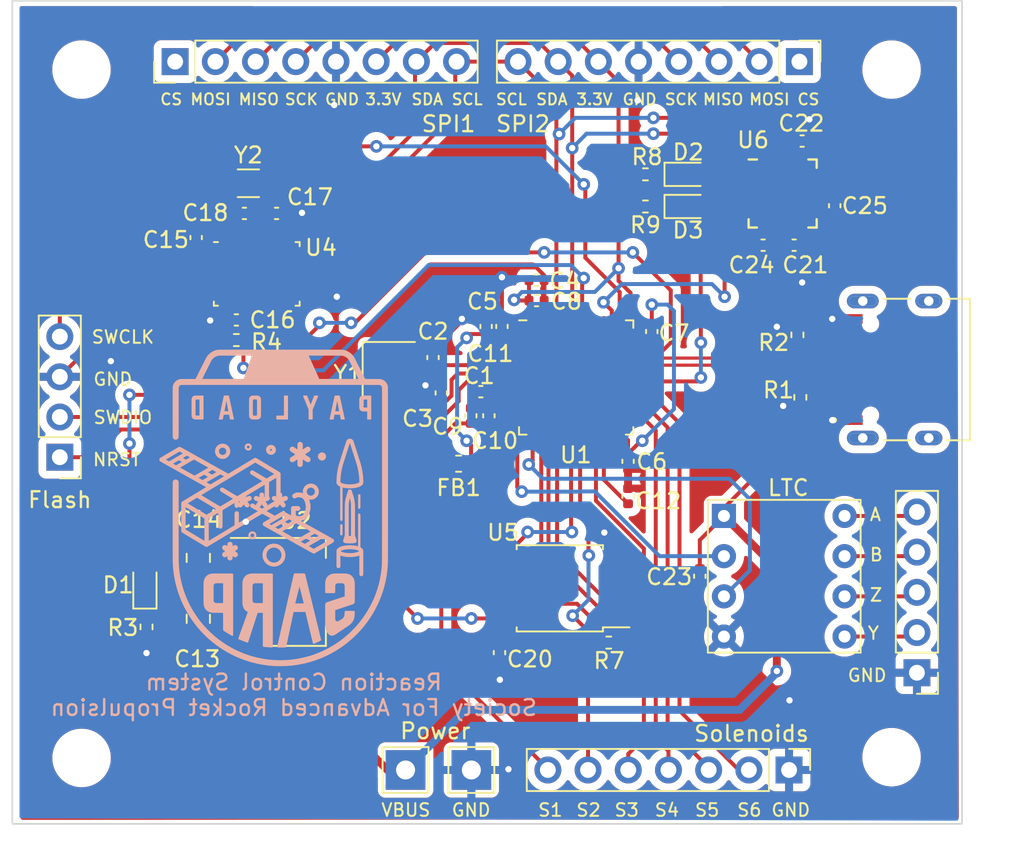
<source format=kicad_pcb>
(kicad_pcb (version 20240108) (generator "pcbnew") (generator_version "8.0")
  (layers (0 "F.Cu" signal) (31 "B.Cu" signal) (34 "B.Paste" user) (35 "F.Paste" user) (36 "B.SilkS" user "B.Silkscreen") (37 "F.SilkS" user "F.Silkscreen") (38 "B.Mask" user) (39 "F.Mask" user) (44 "Edge.Cuts" user))
  (net 0 "")
  (net 1 "/NRST")
  (net 2 "GND")
  (net 3 "/OSC_IN")
  (net 4 "/OSC_OUT")
  (net 5 "+3.3V")
  (net 6 "+3.3VA")
  (net 7 "Net-(U1-VCAP1)")
  (net 8 "VBUS")
  (net 9 "/PWR_LED_K")
  (net 10 "/SWDIO")
  (net 11 "/SWCLK")
  (net 12 "/USB_D+")
  (net 13 "/USB_D-")
  (net 14 "Net-(U4-CAP)")
  (net 15 "Net-(U4-XOUT32)")
  (net 16 "Net-(U4-XIN32)")
  (net 17 "Net-(U6-REGOUT)")
  (net 18 "Net-(U6-CPOUT)")
  (net 19 "Net-(D2-K)")
  (net 20 "Net-(D3-K)")
  (net 21 "Net-(J2-CC1)")
  (net 22 "/SCLK")
  (net 23 "/CS_FLASH")
  (net 24 "/MISO")
  (net 25 "/LED_B")
  (net 26 "/LED_G")
  (net 27 "/S6")
  (net 28 "/S5")
  (net 29 "/S4")
  (net 30 "/S3")
  (net 31 "/S2")
  (net 34 "Net-(J2-CC2)")
  (net 35 "/CS1")
  (net 36 "/MOSI")
  (net 37 "/MOSI2")
  (net 38 "/MISO2")
  (net 39 "/S1")
  (net 40 "/BNO_NRST")
  (net 41 "/SDA")
  (net 42 "/SCL")
  (net 43 "/SCK")
  (net 44 "/CS2")
  (net 45 "Net-(J8-Pin_2)")
  (net 46 "Net-(J8-Pin_3)")
  (net 47 "Net-(J8-Pin_4)")
  (net 48 "Net-(J8-Pin_5)")
  (net 72 "Net-(U4-GNDIO-Pad15)")
  (net 73 "/RX")
  (net 74 "/TX")
  (net 81 "/CLKIN")
  (net 86 "/AUX_DA")
  (net 87 "/AUX_CL")
  (net 89 "/FSYNC")
  (net 90 "/INT")
  (footprint "TestPoint:TestPoint_THTPad_2.5x2.5mm_Drill1.2mm" (layer "F.Cu") (at 130.6 124)
    (property "Reference" "Power")
    (property "Value" "GND")
  )
  (footprint "Capacitor_SMD:C_0402_1005Metric" (layer "F.Cu") (at 128.7 100.18 90)
    (property "Reference" "C3")
    (property "Value" "10pF")
  )
  (footprint "Capacitor_SMD:C_0402_1005Metric" (layer "F.Cu") (at 149.0346 90.8442 180)
    (property "Reference" "C24")
    (property "Value" "0.1uF")
  )
  (footprint "Capacitor_SMD:C_0402_1005Metric" (layer "F.Cu") (at 115.7532 95.5687 180)
    (property "Reference" "C16")
    (property "Value" "100nF")
  )
  (footprint "LTC1690N8:LTC1690N8" (layer "F.Cu") (at 146.558 107.95)
    (property "Reference" "LTC")
    (property "Value" "LTC1690N8")
  )
  (footprint "TestPoint:TestPoint_THTPad_2.5x2.5mm_Drill1.2mm" (layer "F.Cu") (at 126.444 124)
    (property "Reference" "J4" (hide yes))
    (property "Value" "5V")
  )
  (footprint "LED_SMD:LED_0603_1608Metric" (layer "F.Cu") (at 144.2875 88.4)
    (property "Reference" "D3")
    (property "Value" "LED")
  )
  (footprint "Sensor_Motion:InvenSense_QFN-24_4x4mm_P0.5mm" (layer "F.Cu") (at 150.2664 87.5792)
    (property "Reference" "U6")
    (property "Value" "MPU-6050")
  )
  (footprint "Capacitor_SMD:C_0402_1005Metric" (layer "F.Cu") (at 113.2132 90.3617 -90)
    (property "Reference" "C15")
    (property "Value" "100nF")
  )
  (footprint "MountingHole:MountingHole_3.2mm_M3" (layer "F.Cu") (at 157.15 123.19)
    (property "Reference" "H4")
    (property "Value" "MountingHole")
  )
  (footprint "Capacitor_SMD:C_0402_1005Metric" (layer "F.Cu") (at 142 96.3 -90)
    (property "Reference" "C7")
    (property "Value" "100nF")
  )
  (footprint "USBC:HRO_TYPE-C-31-M-12" (layer "F.Cu") (at 159.5 98.7 90)
    (property "Reference" "J2" (hide yes))
    (property "Value" "TYPE-C-31-M-12")
    (fp_line (start 4.625 -4.72) (end 4.625 -3.62) (stroke (width 0.01)) (layer "Edge.Cuts"))
    (fp_line (start -4.025 -4.72) (end -4.025 -3.62) (stroke (width 0.01)) (layer "Edge.Cuts"))
    (fp_line (start 4.025 -3.62) (end 4.025 -4.72) (stroke (width 0.01)) (layer "Edge.Cuts"))
    (fp_line (start -4.625 -3.62) (end -4.625 -4.72) (stroke (width 0.01)) (layer "Edge.Cuts"))
    (fp_line (start 4.625 -0.4) (end 4.625 0.4) (stroke (width 0.01)) (layer "Edge.Cuts"))
    (fp_line (start -4.025 -0.4) (end -4.025 0.4) (stroke (width 0.01)) (layer "Edge.Cuts"))
    (fp_line (start 4.025 0.4) (end 4.025 -0.4) (stroke (width 0.01)) (layer "Edge.Cuts"))
    (fp_line (start -4.625 0.4) (end -4.625 -0.4) (stroke (width 0.01)) (layer "Edge.Cuts"))
    (fp_arc (start 4.325 -5.02) (mid 4.537132 -4.932132) (end 4.625 -4.72) (stroke (width 0.01)) (layer "Edge.Cuts"))
    (fp_arc (start -4.325 -5.02) (mid -4.112868 -4.932132) (end -4.025 -4.72) (stroke (width 0.01)) (layer "Edge.Cuts"))
    (fp_arc (start 4.025 -4.72) (mid 4.112868 -4.932132) (end 4.325 -5.02) (stroke (width 0.01)) (layer "Edge.Cuts"))
    (fp_arc (start -4.625 -4.72) (mid -4.537132 -4.932132) (end -4.325 -5.02) (stroke (width 0.01)) (layer "Edge.Cuts"))
    (fp_arc (start 4.625 -3.62) (mid 4.537132 -3.407868) (end 4.325 -3.32) (stroke (width 0.01)) (layer "Edge.Cuts"))
    (fp_arc (start -4.025 -3.62) (mid -4.112868 -3.407868) (end -4.325 -3.32) (stroke (width 0.01)) (layer "Edge.Cuts"))
    (fp_arc (start 4.325 -3.32) (mid 4.112868 -3.407868) (end 4.025 -3.62) (stroke (width 0.01)) (layer "Edge.Cuts"))
    (fp_arc (start -4.325 -3.32) (mid -4.537132 -3.407868) (end -4.625 -3.62) (stroke (width 0.01)) (layer "Edge.Cuts"))
    (fp_arc (start 4.325 -0.7) (mid 4.537132 -0.612132) (end 4.625 -0.4) (stroke (width 0.01)) (layer "Edge.Cuts"))
    (fp_arc (start -4.325 -0.7) (mid -4.112868 -0.612132) (end -4.025 -0.4) (stroke (width 0.01)) (layer "Edge.Cuts"))
    (fp_arc (start 4.025 -0.4) (mid 4.112868 -0.612132) (end 4.325 -0.7) (stroke (width 0.01)) (layer "Edge.Cuts"))
    (fp_arc (start -4.625 -0.4) (mid -4.537132 -0.612132) (end -4.325 -0.7) (stroke (width 0.01)) (layer "Edge.Cuts"))
    (fp_arc (start 4.625 0.4) (mid 4.537132 0.612132) (end 4.325 0.7) (stroke (width 0.01)) (layer "Edge.Cuts"))
    (fp_arc (start -4.025 0.4) (mid -4.112868 0.612132) (end -4.325 0.7) (stroke (width 0.01)) (layer "Edge.Cuts"))
    (fp_arc (start 4.325 0.7) (mid 4.112868 0.612132) (end 4.025 0.4) (stroke (width 0.01)) (layer "Edge.Cuts"))
    (fp_arc (start -4.325 0.7) (mid -4.537132 0.612132) (end -4.625 0.4) (stroke (width 0.01)) (layer "Edge.Cuts"))
  )
  (footprint "Crystal:Crystal_SMD_3225-4Pin_3.2x2.5mm" (layer "F.Cu") (at 125.3828 98.9588 -90)
    (property "Reference" "Y1")
    (property "Value" "16MHz")
  )
  (footprint "Capacitor_SMD:C_0402_1005Metric" (layer "F.Cu") (at 116.2612 88.8377)
    (property "Reference" "C18")
    (property "Value" "22pF")
  )
  (footprint "Connector_PinHeader_2.54mm:PinHeader_1x04_P2.54mm_Vertical" (layer "F.Cu") (at 104.6 104.24 180)
    (property "Reference" "Flash")
    (property "Value" "SWD")
  )
  (footprint "Resistor_SMD:R_0402_1005Metric" (layer "F.Cu") (at 151.2 96.51 -90)
    (property "Reference" "R2")
    (property "Value" "5.11k")
  )
  (footprint "Capacitor_SMD:C_0402_1005Metric" (layer "F.Cu") (at 145.034 111.76 -90)
    (property "Reference" "C23")
    (property "Value" "100nF")
  )
  (footprint "Package_SO:SOIC-8_5.23x5.23mm_P1.27mm" (layer "F.Cu") (at 136.188 112.522 180)
    (property "Reference" "U5")
    (property "Value" "W25Q32JVSS")
  )
  (footprint "Capacitor_SMD:C_0402_1005Metric" (layer "F.Cu") (at 134.719 94.3412)
    (property "Reference" "C8")
    (property "Value" "100nF")
  )
  (footprint "Resistor_SMD:R_0402_1005Metric" (layer "F.Cu") (at 151.384 100.457 90)
    (property "Reference" "R1")
    (property "Value" "5.11k")
  )
  (footprint "Capacitor_SMD:C_0805_2012Metric" (layer "F.Cu") (at 113.35 114.45 90)
    (property "Reference" "C13")
    (property "Value" "22uF")
  )
  (footprint "Connector_PinHeader_2.54mm:PinHeader_1x05_P2.54mm_Vertical" (layer "F.Cu") (at 158.75 117.856 180)
    (property "Reference" "J8" (hide yes))
    (property "Value" "Conn_01x05_Male")
  )
  (footprint "Resistor_SMD:R_0402_1005Metric" (layer "F.Cu") (at 141.5975 88.4 180)
    (property "Reference" "R9")
    (property "Value" "1k")
  )
  (footprint "Capacitor_SMD:C_0402_1005Metric" (layer "F.Cu") (at 153.5558 88.355 -90)
    (property "Reference" "C25")
    (property "Value" "10nF")
  )
  (footprint "Resistor_SMD:R_0402_1005Metric" (layer "F.Cu") (at 115.7532 96.8387)
    (property "Reference" "R4")
    (property "Value" "10k")
  )
  (footprint "Connector_PinHeader_2.54mm:PinHeader_1x07_P2.54mm_Vertical" (layer "F.Cu") (at 150.6728 124 -90)
    (property "Reference" "Solenoids")
    (property "Value" "Solenoids")
  )
  (footprint "Capacitor_SMD:C_0402_1005Metric" (layer "F.Cu") (at 132.378 116.586 -90)
    (property "Reference" "C20")
    (property "Value" "100nF")
  )
  (footprint "Package_DFN_QFN:QFN-48-1EP_7x7mm_P0.5mm_EP5.6x5.6mm" (layer "F.Cu") (at 137.222 99.2012)
    (property "Reference" "U1")
    (property "Value" "STM32F401CCU6")
  )
  (footprint "Crystal:Crystal_SMD_3215-2Pin_3.2x1.5mm" (layer "F.Cu") (at 116.5152 86.9327 180)
    (property "Reference" "Y2")
    (property "Value" "32.768Mhz")
  )
  (footprint "Package_TO_SOT_SMD:SOT-223-3_TabPin2" (layer "F.Cu") (at 119.5 112.75)
    (property "Reference" "U2")
    (property "Value" "AMS1117-3.3")
  )
  (footprint "Capacitor_SMD:C_0805_2012Metric" (layer "F.Cu") (at 113.35 110.6 90)
    (property "Reference" "C14")
    (property "Value" "22uF")
  )
  (footprint "Capacitor_SMD:C_0402_1005Metric" (layer "F.Cu") (at 150.9904 90.8442)
    (property "Reference" "C21")
    (property "Value" "0.1uF")
  )
  (footprint "Capacitor_SMD:C_0402_1005Metric" (layer "F.Cu") (at 131.532 95.9792 90)
    (property "Reference" "C5")
    (property "Value" "100nF")
  )
  (footprint "Resistor_SMD:R_0402_1005Metric" (layer "F.Cu") (at 110.077 114.9598 -90)
    (property "Reference" "R3")
    (property "Value" "1k")
  )
  (footprint "Resistor_SMD:R_0402_1005Metric" (layer "F.Cu") (at 141.5975 86.368 180)
    (property "Reference" "R8")
    (property "Value" "1k")
  )
  (footprint "Capacitor_SMD:C_0402_1005Metric" (layer "F.Cu") (at 118.2932 88.8377)
    (property "Reference" "C17")
    (property "Value" "22pF")
  )
  (footprint "Capacitor_SMD:C_0402_1005Metric" (layer "F.Cu") (at 131.2 100.1 180)
    (property "Reference" "C1")
    (property "Value" "100nF")
  )
  (footprint "Capacitor_SMD:C_0402_1005Metric" (layer "F.Cu") (at 134.719 93.0582)
    (property "Reference" "C4")
    (property "Value" "10uF")
  )
  (footprint "Capacitor_SMD:C_0402_1005Metric" (layer "F.Cu") (at 140.5 104.5 -90)
    (property "Reference" "C6")
    (property "Value" "100nF")
  )
  (footprint "Capacitor_SMD:C_0402_1005Metric" (layer "F.Cu") (at 128.1768 97.9428 90)
    (property "Reference" "C2")
    (property "Value" "10pF")
  )
  (footprint "Capacitor_SMD:C_0402_1005Metric" (layer "F.Cu") (at 131.708 101.624 90)
    (property "Reference" "C10" (hide yes))
    (property "Value" "1uF")
  )
  (footprint "MountingHole:MountingHole_3.2mm_M3" (layer "F.Cu") (at 105.97 79.75)
    (property "Reference" "H1")
    (property "Value" "MountingHole")
  )
  (footprint "LED_SMD:LED_0603_1608Metric" (layer "F.Cu") (at 109.9754 112.3182 90)
    (property "Reference" "D1")
    (property "Value" "LED")
  )
  (footprint "Capacitor_SMD:C_0402_1005Metric" (layer "F.Cu") (at 151.4984 84.2656)
    (property "Reference" "C22")
    (property "Value" "2.2nF")
  )
  (footprint "Package_LGA:LGA-28_5.2x3.8mm_P0.5mm" (layer "F.Cu") (at 117.0432 92.6592)
    (property "Reference" "U4")
    (property "Value" "BNO055")
  )
  (footprint "Capacitor_SMD:C_0402_1005Metric" (layer "F.Cu") (at 140.5 106.7 90)
    (property "Reference" "C12")
    (property "Value" "2.2uF")
  )
  (footprint "Connector_PinHeader_2.54mm:PinHeader_1x08_P2.54mm_Vertical" (layer "F.Cu") (at 151.3254 79.248 -90)
    (property "Reference" "SPI2" (hide yes))
    (property "Value" "SPI")
  )
  (footprint "MountingHole:MountingHole_3.2mm_M3" (layer "F.Cu") (at 157.15 79.75)
    (property "Reference" "H2")
    (property "Value" "MountingHole")
  )
  (footprint "LED_SMD:LED_0603_1608Metric" (layer "F.Cu") (at 144.2875 86.368)
    (property "Reference" "D2")
    (property "Value" "LED")
  )
  (footprint "Connector_PinHeader_2.54mm:PinHeader_1x08_P2.54mm_Vertical" (layer "F.Cu") (at 111.887 79.248 90)
    (property "Reference" "SPI1" (hide yes))
    (property "Value" "SPI")
  )
  (footprint "Capacitor_SMD:C_0402_1005Metric" (layer "F.Cu") (at 130.565 101.624 90)
    (property "Reference" "C9")
    (property "Value" "10nF")
  )
  (footprint "MountingHole:MountingHole_3.2mm_M3" (layer "F.Cu") (at 105.975 123.24)
    (property "Reference" "H3")
    (property "Value" "MountingHole")
  )
  (footprint "Resistor_SMD:R_0402_1005Metric" (layer "F.Cu") (at 139.28 115.951)
    (property "Reference" "R7")
    (property "Value" "10k")
  )
  (footprint "Capacitor_SMD:C_0402_1005Metric" (layer "F.Cu") (at 132.532 95.9792 90)
    (property "Reference" "C11")
    (property "Value" "1uF")
  )
  (footprint "Inductor_SMD:L_0603_1608Metric" (layer "F.Cu") (at 129.794 104.648)
    (property "Reference" "FB1")
    (property "Value" "120R")
  )
  (footprint "LOGO" (layer "B.Cu") (at 118.11 107.442 180)
    (property "Reference" "G***")
    (property "Value" "LOGO" (hide yes))
  )
  (gr_rect (start 101.6 75.404) (end 161.6 127.404) (stroke (width 0.1)) (fill none) (layer "Edge.Cuts"))
  (gr_text "Reaction Control System\nSociety For Advanced Rocket Propulsion\n" (at 119.38 120.65 0) (layer "B.SilkS") (effects (font (size 1 1)) (justify bottom mirror)))
  (gr_text "SPI1" (at 129.159 83.185 0) (layer "F.SilkS") (effects (font (size 1 1))))
  (gr_text "S1" (at 134.747 127 0) (layer "F.SilkS") (effects (font (size 0.8 0.8) (thickness 0.125) (bold yes)) (justify left bottom)))
  (gr_text "SCL\n" (at 132.08 82.042 0) (layer "F.SilkS") (effects (font (size 0.7 0.7) (thickness 0.125) (bold yes)) (justify left bottom)))
  (gr_text "GND\n" (at 107.95 99.314 0) (layer "F.SilkS") (effects (font (size 0.8 0.8) (thickness 0.125))))
  (gr_text "3.3V" (at 137.16 82.042 0) (layer "F.SilkS") (effects (font (size 0.7 0.7) (thickness 0.125) (bold yes)) (justify left bottom)))
  (gr_text "SCL\n" (at 129.286 82.042 0) (layer "F.SilkS") (effects (font (size 0.7 0.7) (thickness 0.125) (bold yes)) (justify left bottom)))
  (gr_text "Z" (at 155.702 113.411 0) (layer "F.SilkS") (effects (font (size 0.8 0.8) (thickness 0.125) (bold yes)) (justify left bottom)))
  (gr_text "GND" (at 149.479 127 0) (layer "F.SilkS") (effects (font (size 0.8 0.8) (thickness 0.125) (bold yes)) (justify left bottom)))
  (gr_text "SDA\n" (at 126.746 82.042 0) (layer "F.SilkS") (effects (font (size 0.7 0.7) (thickness 0.125) (bold yes)) (justify left bottom)))
  (gr_text "S6" (at 147.32 127 0) (layer "F.SilkS") (effects (font (size 0.8 0.8) (thickness 0.125) (bold yes)) (justify left bottom)))
  (gr_text "GND" (at 154.305 118.491 0) (layer "F.SilkS") (effects (font (size 0.8 0.8) (thickness 0.125) (bold yes)) (justify left bottom)))
  (gr_text "GND" (at 129.286 127 0) (layer "F.SilkS") (effects (font (size 0.8 0.8) (thickness 0.125) (bold yes)) (justify left bottom)))
  (gr_text "MOSI\n" (at 112.776 82.042 0) (layer "F.SilkS") (effects (font (size 0.7 0.7) (thickness 0.125) (bold yes)) (justify left bottom)))
  (gr_text "NRST\n" (at 108.204 104.394 0) (layer "F.SilkS") (effects (font (size 0.8 0.8) (thickness 0.125))))
  (gr_text "MOSI\n" (at 148.082 82.042 0) (layer "F.SilkS") (effects (font (size 0.7 0.7) (thickness 0.125) (bold yes)) (justify left bottom)))
  (gr_text "SCK" (at 142.748 82.042 0) (layer "F.SilkS") (effects (font (size 0.7 0.7) (thickness 0.125) (bold yes)) (justify left bottom)))
  (gr_text "MISO" (at 115.824 82.042 0) (layer "F.SilkS") (effects (font (size 0.7 0.7) (thickness 0.125) (bold yes)) (justify left bottom)))
  (gr_text "SWCLK\n" (at 108.585 96.647 0) (layer "F.SilkS") (effects (font (size 0.8 0.8) (thickness 0.125))))
  (gr_text "VBUS" (at 124.841 127 0) (layer "F.SilkS") (effects (font (size 0.8 0.8) (thickness 0.125) (bold yes)) (justify left bottom)))
  (gr_text "SWDIO\n" (at 108.585 101.727 0) (layer "F.SilkS") (effects (font (size 0.8 0.8) (thickness 0.125))))
  (gr_text "MISO" (at 145.161 82.042 0) (layer "F.SilkS") (effects (font (size 0.7 0.7) (thickness 0.125) (bold yes)) (justify left bottom)))
  (gr_text "GND\n" (at 121.285 82.042 0) (layer "F.SilkS") (effects (font (size 0.7 0.7) (thickness 0.125) (bold yes)) (justify left bottom)))
  (gr_text "CS" (at 151.13 82.042 0) (layer "F.SilkS") (effects (font (size 0.7 0.7) (thickness 0.125) (bold yes)) (justify left bottom)))
  (gr_text "C10" (at 132.1 103.2 0) (layer "F.SilkS") (effects (font (size 1 1))))
  (gr_text "S4" (at 142.113 127 0) (layer "F.SilkS") (effects (font (size 0.8 0.8) (thickness 0.125) (bold yes)) (justify left bottom)))
  (gr_text "S3" (at 139.573 127 0) (layer "F.SilkS") (effects (font (size 0.8 0.8) (thickness 0.125) (bold yes)) (justify left bottom)))
  (gr_text "S2" (at 137.16 127 0) (layer "F.SilkS") (effects (font (size 0.8 0.8) (thickness 0.125) (bold yes)) (justify left bottom)))
  (gr_text "Y" (at 155.575 115.824 0) (layer "F.SilkS") (effects (font (size 0.8 0.8) (thickness 0.125) (bold yes)) (justify left bottom)))
  (gr_text "SPI2\n" (at 133.858 83.185 0) (layer "F.SilkS") (effects (font (size 1 1))))
  (gr_text "S5" (at 144.653 127 0) (layer "F.SilkS") (effects (font (size 0.8 0.8) (thickness 0.125) (bold yes)) (justify left bottom)))
  (gr_text "A" (at 155.702 108.331 0) (layer "F.SilkS") (effects (font (size 0.8 0.8) (thickness 0.125) (bold yes)) (justify left bottom)))
  (gr_text "B" (at 155.702 110.871 0) (layer "F.SilkS") (effects (font (size 0.8 0.8) (thickness 0.125) (bold yes)) (justify left bottom)))
  (gr_text "CS" (at 110.871 82.042 0) (layer "F.SilkS") (effects (font (size 0.7 0.7) (thickness 0.125) (bold yes)) (justify left bottom)))
  (gr_text "3.3V" (at 123.825 82.042 0) (layer "F.SilkS") (effects (font (size 0.7 0.7) (thickness 0.125) (bold yes)) (justify left bottom)))
  (gr_text "SCK" (at 118.745 82.042 0) (layer "F.SilkS") (effects (font (size 0.7 0.7) (thickness 0.125) (bold yes)) (justify left bottom)))
  (gr_text "SDA\n" (at 134.62 82.042 0) (layer "F.SilkS") (effects (font (size 0.7 0.7) (thickness 0.125) (bold yes)) (justify left bottom)))
  (gr_text "GND\n" (at 140.081 82.042 0) (layer "F.SilkS") (effects (font (size 0.7 0.7) (thickness 0.125) (bold yes)) (justify left bottom)))
  (segment (start 104.6 104.24) (end 106.707 104.24) (width 0.25) (layer "F.Cu") (net 1))
  (segment (start 106.707 104.24) (end 108.458 102.489) (width 0.25) (layer "F.Cu") (net 1))
  (segment (start 130.3488 99.4512) (end 133.7845 99.4512) (width 0.25) (layer "F.Cu") (net 1))
  (segment (start 129.8 100.7) (end 129.8 100) (width 0.25) (layer "F.Cu") (net 1))
  (segment (start 132.3288 99.4512) (end 133.7845 99.4512) (width 0.25) (layer "F.Cu") (net 1))
  (segment (start 128.011 102.489) (end 129.8 100.7) (width 0.25) (layer "F.Cu") (net 1))
  (segment (start 108.458 102.489) (end 128.011 102.489) (width 0.25) (layer "F.Cu") (net 1))
  (segment (start 131.68 100.1) (end 132.3288 99.4512) (width 0.25) (layer "F.Cu") (net 1))
  (segment (start 129.8 100) (end 130.3488 99.4512) (width 0.25) (layer "F.Cu") (net 1))
  (segment (start 141.1 79.3134) (end 141.1654 79.248) (width 0.25) (layer "F.Cu") (net 2))
  (segment (start 135.199 93.0582) (end 135.199 92.748201) (width 0.25) (layer "F.Cu") (net 2))
  (segment (start 151.2 96) (end 149.9 96) (width 0.25) (layer "F.Cu") (net 2))
  (segment (start 132.45 118.25) (end 132.5 118.25) (width 0.25) (layer "F.Cu") (net 2))
  (segment (start 113.2132 90.8417) (end 113.2132 91.2132) (width 0.25) (layer "F.Cu") (net 2))
  (segment (start 140.5 104.98) (end 140.145 104.625) (width 0.25) (layer "F.Cu") (net 2))
  (segment (start 140.5 106.22) (end 140.5 104.98) (width 0.25) (layer "F.Cu") (net 2))
  (segment (start 145.034 112.24) (end 145.034 114.046) (width 0.25) (layer "F.Cu") (net 2))
  (segment (start 135.199 94.3412) (end 135.199 93.0582) (width 0.25) (layer "F.Cu") (net 2))
  (segment (start 116.35 108.318) (end 116.35 110.45) (width 0.25) (layer "F.Cu") (net 2))
  (segment (start 107.823 98.171) (end 105.589 98.171) (width 0.25) (layer "F.Cu") (net 2))
  (segment (start 137.222 99.2012) (end 137.92226 99.2012) (width 0.25) (layer "F.Cu") (net 2))
  (segment (start 137.92226 99.2012) (end 140.17226 96.9512) (width 0.25) (layer "F.Cu") (net 2))
  (segment (start 122.1 97.626) (end 122.1 94.1) (width 0.25) (layer "F.Cu") (net 2))
  (segment (start 132.532 92.868) (end 132.532 95.4992) (width 0.25) (layer "F.Cu") (net 2))
  (segment (start 151.5 93.2) (end 151.4704 93) (width 0.25) (layer "F.Cu") (net 2))
  (segment (start 148.5546 94.6546) (end 149.9 96) (width 0.25) (layer "F.Cu") (net 2))
  (segment (start 158.75 118.11) (end 158.75 117.856) (width 0.25) (layer "F.Cu") (net 2))
  (segment (start 126.2328 97.8588) (end 126.2328 97.7672) (width 0.25) (layer "F.Cu") (net 2))
  (segment (start 119.8623 88.8377) (end 119.9 88.8) (width 0.25) (layer "F.Cu") (net 2))
  (segment (start 137.222 99.2012) (end 137.222 99.90146) (width 0.25) (layer "F.Cu") (net 2))
  (segment (start 118.8 85.55) (end 118.8 88.8109) (width 0.25) (layer "F.Cu") (net 2))
  (segment (start 151.384 100.967) (end 150.533 100.967) (width 0.25) (layer "F.Cu") (net 2))
  (segment (start 121.9384 79.3566) (end 121.9384 82.151) (width 0.25) (layer "F.Cu") (net 2))
  (segment (start 118.45 85.2) (end 118.8 85.55) (width 0.25) (layer "F.Cu") (net 2))
  (segment (start 135.199 95.04946) (end 134.972 95.27646) (width 0.25) (layer "F.Cu") (net 2))
  (segment (start 151.9556 82.894) (end 151.9784 82.8712) (width 0.25) (layer "F.Cu") (net 2))
  (segment (start 141.1 81.886) (end 141.1 79.3134) (width 0.25) (layer "F.Cu") (net 2))
  (segment (start 141.8288 96.9512) (end 140.6595 96.9512) (width 0.25) (layer "F.Cu") (net 2))
  (segment (start 133.15 92.25) (end 132.532 92.868) (width 0.25) (layer "F.Cu") (net 2))
  (segment (start 151.9784 82.8712) (end 151.9784 82.866) (width 0.25) (layer "F.Cu") (net 2))
  (segment (start 135.199 94.3412) (end 135.199 95.04946) (width 0.25) (layer "F.Cu") (net 2))
  (segment (start 124.5328 100.0588) (end 122.1 97.626) (width 0.25) (layer "F.Cu") (net 2))
  (segment (start 145.034 114.046) (end 146.558 115.57) (width 0.25) (layer "F.Cu") (net 2))
  (segment (start 130.565 101.144) (end 131.708 101.144) (width 0.25) (layer "F.Cu") (net 2))
  (segment (start 150.7 119.6) (end 150.6728 119.6272) (width 0.25) (layer "F.Cu") (net 2))
  (segment (start 136.472 99.9512) (end 133.7845 99.9512) (width 0.25) (layer "F.Cu") (net 2))
  (segment (start 137.222 99.90146) (end 139.472 102.15146) (width 0.25) (layer "F.Cu") (net 2))
  (segment (start 132.4 118.3) (end 132.45 118.25) (width 0.25) (layer "F.Cu") (net 2))
  (segment (start 150.6728 119.6848) (end 146.558 115.57) (width 0.25) (layer "F.Cu") (net 2))
  (segment (start 116.7412 88.8377) (end 116.7412 85.9067) (width 0.25) (layer "F.Cu") (net 2))
  (segment (start 154.75 101.9) (end 153.4 101.9) (width 0.25) (layer "F.Cu") (net 2))
  (segment (start 154.75 95.5) (end 153.4 95.5) (width 0.25) (layer "F.Cu") (net 2))
  (segment (start 148.5546 90.8442) (end 148.5546 94.6546) (width 0.25) (layer "F.Cu") (net 2))
  (segment (start 150.7 119.6) (end 150.7 119.6576) (width 0.25) (layer "F.Cu") (net 2))
  (segment (start 152.5016 117.856) (end 150.7576 119.6) (width 0.25) (layer "F.Cu") (net 2))
  (segment (start 151.9784 84.2656) (end 152.2164 84.5036) (width 0.25) (layer "F.Cu") (net 2))
  (segment (start 134.972 95.27646) (end 134.972 95.7637) (width 0.25) (layer "F.Cu") (net 2))
  (segment (start 115.2732 95.5687) (end 114.1313 95.5687) (width 0.25) (layer "F.Cu") (net 2))
  (segment (start 111.3802 115.4698) (end 113.35 113.5) (width 0.25) (layer "F.Cu") (net 2))
  (segment (start 132.4 118.15) (end 132.378 118.128) (width 0.25) (layer "F.Cu") (net 2))
  (segment (start 126.2328 97.7672) (end 126.5372 97.4628) (width 0.25) (layer "F.Cu") (net 2))
  (segment (start 118.8 88.8109) (end 118.7732 88.8377) (width 0.25) (layer "F.Cu") (net 2))
  (segment (start 134.700799 92.25) (end 133.15 92.25) (width 0.25) (layer "F.Cu") (net 2))
  (segment (start 153.5558 87.175836) (end 152.709164 86.3292) (width 0.25) (layer "F.Cu") (net 2))
  (segment (start 128.7 99.7) (end 127.7 99.7) (width 0.25) (layer "F.Cu") (net 2))
  (segment (start 141.0875 81.7125) (end 141.0875 86.368) (width 0.25) (layer "F.Cu") (net 2))
  (segment (start 130.1404 95.4992) (end 131.532 95.4992) (width 0.25) (layer "F.Cu") (net 2))
  (segment (start 132.8488 99.9512) (end 133.7845 99.9512) (width 0.25) (layer "F.Cu") (net 2))
  (segment (start 135.199 92.748201) (end 134.700799 92.25) (width 0.25) (layer "F.Cu") (net 2))
  (segment (start 137.222 99.2012) (end 134.972 96.9512) (width 0.25) (layer "F.Cu") (net 2))
  (segment (start 114.1313 95.5687) (end 114.1 95.6) (width 0.25) (layer "F.Cu") (net 2))
  (segment (start 139.788 110.617) (end 139 109.829) (width 0.25) (layer "F.Cu") (net 2))
  (segment (start 150.7576 119.6) (end 150.7 119.6) (width 0.25) (layer "F.Cu") (net 2))
  (segment (start 132.378 118.128) (end 132.378 117.066) (width 0.25) (layer "F.Cu") (net 2))
  (segment (start 151.9784 82.9168) (end 151.9556 82.894) (width 0.25) (layer "F.Cu") (net 2))
  (segment (start 110.077 115.4698) (end 111.3802 115.4698) (width 0.25) (layer "F.Cu") (net 2))
  (segment (start 130.1396 95.5) (end 130.1404 95.4992) (width 0.25) (layer "F.Cu") (net 2))
  (segment (start 113.9092 91.9092) (end 114.6557 91.9092) (width 0.25) (layer "F.Cu") (net 2))
  (segment (start 139 109) (end 139 109.25) (width 0.25) (layer "F.Cu") (net 2))
  (segment (start 114.0626 95.6) (end 114.1 95.6) (width 0.25) (layer "F.Cu") (net 2))
  (segment (start 139 109.829) (end 139 109) (width 0.25) (layer "F.Cu") (net 2))
  (segment (start 113.35 109.65) (end 115.55 109.65) (width 0.25) (layer "F.Cu") (net 2))
  (segment (start 140.17226 96.9512) (end 140.6595 96.9512) (width 0.25) (layer "F.Cu") (net 2))
  (segment (start 153.4 101.9) (end 153.5 101.9) (width 0.25) (layer "F.Cu") (net 2))
  (segment (start 117.4479 85.2) (end 118.45 85.2) (width 0.25) (layer "F.Cu") (net 2))
  (segment (start 122.1 94.1) (end 122.1 93.8) (width 0.25) (layer "F.Cu") (net 2))
  (segment (start 114.0313 95.5687) (end 114.0626 95.6) (width 0.25) (layer "F.Cu") (net 2))
  (segment (start 118.7732 88.8377) (end 119.8623 88.8377) (width 0.25) (layer "F.Cu") (net 2))
  (segment (start 153.865799 87.875) (end 153.5558 87.875) (width 0.25) (layer "F.Cu") (net 2))
  (segment (start 126.5372 97.4628) (end 128.1768 97.4628) (width 0.25) (layer "F.Cu") (net 2))
  (segment (start 132.532 95.4992) (end 131.532 95.4992) (width 0.25) (layer "F.Cu") (net 2))
  (segment (start 134.972 96.9512) (end 134.972 95.7637) (width 0.25) (layer "F.Cu") (net 2))
  (segment (start 110.077 115.4698) (end 110.077 116.6108) (width 0.25) (layer "F.Cu") (net 2))
  (segment (start 151.4704 90.8442) (end 151.5 93.2) (width 0.25) (layer "F.Cu") (net 2))
  (segment (start 132.378 117.066) (end 132.316 117.066) (width 0.25) (layer "F.Cu") (net 2))
  (segment (start 151.9784 84.2656) (end 151.9784 82.9168) (width 0.25) (layer "F.Cu") (net 2))
  (segment (start 119.4307 92.9092) (end 119.4307 92.4092) (width 0.25) (layer "F.Cu") (net 2))
  (segment (start 113.2132 91.2132) (end 113.9092 91.9092) (width 0.25) (layer "F.Cu") (net 2))
  (segment (start 132.4 118.3) (end 132.4 118.15) (width 0.25) (layer "F.Cu") (net 2))
  (segment (start 105.589 98.171) (end 104.6 99.16) (width 0.25) (layer "F.Cu") (net 2))
  (segment (start 150.6728 119.6272) (end 150.6728 124) (width 0.25) (layer "F.Cu") (net 2))
  (segment (start 150.533 100.967) (end 150.3 101) (width 0.25) (layer "F.Cu") (net 2))
  (segment (start 137.222 99.2012) (end 136.472 99.9512) (width 0.25) (layer "F.Cu") (net 2))
  (segment (start 140.13351 104.625) (end 139.472 103.96349) (width 0.25) (layer "F.Cu") (net 2))
  (segment (start 150.7 119.6576) (end 150.6728 119.6848) (width 0.25) (layer "F.Cu") (net 2))
  (segment (start 116.7412 85.9067) (end 117.4479 85.2) (width 0.25) (layer "F.Cu") (net 2))
  (segment (start 153.5558 87.875) (end 153.5558 87.175836) (width 0.25) (layer "F.Cu") (net 2))
  (segment (start 139.472 102.15146) (end 139.472 102.6387) (width 0.25) (layer "F.Cu") (net 2))
  (segment (start 130 95.5) (end 130.1396 95.5) (width 0.25) (layer "F.Cu") (net 2))
  (segment (start 150.3 101) (end 150.5 101) (width 0.25) (layer "F.Cu") (net 2))
  (segment (start 122.1 93.8) (end 120.7092 92.4092) (width 0.25) (layer "F.Cu") (net 2))
  (segment (start 130.72 100.1) (end 130.72 100.989) (width 0.25) (layer "F.Cu") (net 2))
  (segment (start 130 95.6396) (end 130 95.5) (width 0.25) (layer "F.Cu") (net 2))
  (segment (start 131.708 101.092) (end 132.8488 99.9512) (width 0.25) (layer "F.Cu") (net 2))
  (segment (start 152.2164 84.5036) (end 152.2164 86.3292) (width 0.25) (layer "F.Cu") (net 2))
  (segment (start 132.9436 123.952) (end 132.8956 124) (width 0.5) (layer "F.Cu") (net 2))
  (segment (start 122.047 79.248) (end 121.9384 79.3566) (width 0.25) (layer "F.Cu") (net 2))
  (segment (start 120.7092 92.4092) (end 119.4307 92.4092) (width 0.25) (layer "F.Cu") (net 2))
  (segment (start 132.8956 124) (end 130.6 124) (width 0.5) (layer "F.Cu") (net 2))
  (segment (start 152.709164 86.3292) (end 152.2164 86.3292) (width 0.25) (layer "F.Cu") (net 2))
  (segment (start 139.472 103.96349) (end 139.472 102.6387) (width 0.25) (layer "F.Cu") (net 2))
  (segment (start 141.0875 88.4) (end 141.0875 86.368) (width 0.25) (layer "F.Cu") (net 2))
  (segment (start 140.145 104.625) (end 140.13351 104.625) (width 0.25) (layer "F.Cu") (net 2))
  (segment (start 142 96.78) (end 141.8288 96.9512) (width 0.25) (layer "F.Cu") (net 2))
  (segment (start 115.55 109.65) (end 116.35 110.45) (width 0.25) (layer "F.Cu") (net 2))
  (segment (start 158.75 117.856) (end 152.5016 117.856) (width 0.25) (layer "F.Cu") (net 2))
  (segment (start 128.1768 97.4628) (end 130 95.6396) (width 0.25) (layer "F.Cu") (net 2))
  (segment (start 131.708 101.144) (end 131.708 101.092) (width 0.25) (layer "F.Cu") (net 2))
  (via (at 132.532 92.868) (size 0.8) (drill 0.4) (layers "F.Cu" "B.Cu") (net 2))
  (via (at 141.1 81.7) (size 0.8) (drill 0.4) (layers "F.Cu" "B.Cu") (net 2))
  (via (at 132.9436 123.952) (size 0.8) (drill 0.4) (layers "F.Cu" "B.Cu") (net 2))
  (via (at 119.9 88.8) (size 0.8) (drill 0.4) (layers "F.Cu" "B.Cu") (net 2))
  (via (at 107.823 98.171) (size 0.8) (drill 0.4) (layers "F.Cu" "B.Cu") (net 2))
  (via (at 122.1 94.1) (size 0.8) (drill 0.4) (layers "F.Cu" "B.Cu") (net 2))
  (via (at 130 95.5) (size 0.8) (drill 0.4) (layers "F.Cu" "B.Cu") (net 2))
  (via (at 149.9 96) (size 0.8) (drill 0.4) (layers "F.Cu" "B.Cu") (net 2))
  (via (at 121.9384 81.99) (size 0.8) (drill 0.4) (layers "F.Cu" "B.Cu") (net 2))
  (via (at 150.3 101) (size 0.8) (drill 0.4) (layers "F.Cu" "B.Cu") (net 2))
  (via (at 110.077 116.6108) (size 0.8) (drill 0.4) (layers "F.Cu" "B.Cu") (net 2))
  (via (at 151.9556 82.894) (size 0.8) (drill 0.4) (layers "F.Cu" "B.Cu") (net 2))
  (via (at 153.4 95.5) (size 0.8) (drill 0.4) (layers "F.Cu" "B.Cu") (net 2))
  (via (at 153.4 101.9) (size 0.8) (drill 0.4) (layers "F.Cu" "B.Cu") (net 2))
  (via (at 127.7 99.7) (size 0.8) (drill 0.4) (layers "F.Cu" "B.Cu") (net 2))
  (via (at 139 109) (size 0.8) (drill 0.4) (layers "F.Cu" "B.Cu") (net 2))
  (via (at 114.1 95.6) (size 0.8) (drill 0.4) (layers "F.Cu" "B.Cu") (net 2))
  (via (at 150.7 119.6) (size 0.8) (drill 0.4) (layers "F.Cu" "B.Cu") (net 2))
  (via (at 132.4 118.3) (size 0.8) (drill 0.4) (layers "F.Cu" "B.Cu") (net 2))
  (via (at 151.5 93.2) (size 0.8) (drill 0.4) (layers "F.Cu" "B.Cu") (net 2))
  (via (at 116.35 108.318) (size 0.8) (drill 0.4) (layers "F.Cu" "B.Cu") (net 2))
  (segment (start 124.5328 97.8588) (end 124.5328 98.1088) (width 0.25) (layer "F.Cu") (net 3))
  (segment (start 124.5328 98.1088) (end 125.3828 98.9588) (width 0.25) (layer "F.Cu") (net 3))
  (segment (start 125.3828 98.9588) (end 127.6408 98.9588) (width 0.25) (layer "F.Cu") (net 3))
  (segment (start 133.7561 98.4228) (end 133.7845 98.4512) (width 0.25) (layer "F.Cu") (net 3))
  (segment (start 128.1768 98.4228) (end 133.7561 98.4228) (width 0.25) (layer "F.Cu") (net 3))
  (segment (start 127.6408 98.9588) (end 128.1768 98.4228) (width 0.25) (layer "F.Cu") (net 3))
  (segment (start 129.74229 98.9512) (end 133.7845 98.9512) (width 0.25) (layer "F.Cu") (net 4))
  (segment (start 128.7 100.66) (end 129.04 100.66) (width 0.25) (layer "F.Cu") (net 4))
  (segment (start 128.7 100.66) (end 126.834 100.66) (width 0.25) (layer "F.Cu") (net 4))
  (segment (start 129.35 99.34349) (end 129.74229 98.9512) (width 0.25) (layer "F.Cu") (net 4))
  (segment (start 129.35 100.35) (end 129.35 99.34349) (width 0.25) (layer "F.Cu") (net 4))
  (segment (start 129.04 100.66) (end 129.35 100.35) (width 0.25) (layer "F.Cu") (net 4))
  (segment (start 126.834 100.66) (end 126.2328 100.0588) (width 0.25) (layer "F.Cu") (net 4))
  (segment (start 139.968 102.6427) (end 139.972 102.6387) (width 0.25) (layer "F.Cu") (net 5))
  (segment (start 133.387999 114.427) (end 132.588 114.427) (width 0.25) (layer "F.Cu") (net 5))
  (segment (start 138.6254 79.248) (end 139.9 80.5226) (width 0.25) (layer "F.Cu") (net 5))
  (segment (start 134.314999 113.5) (end 133.387999 114.427) (width 0.25) (layer "F.Cu") (net 5))
  (segment (start 130.3 103.2) (end 130.5815 103.4815) (width 0.25) (layer "F.Cu") (net 5))
  (segment (start 113 94.0039) (end 113 96.2) (width 0.25) (layer "F.Cu") (net 5))
  (segment (start 137.0004 77.623) (end 126.212 77.623) (width 0.25) (layer "F.Cu") (net 5))
  (segment (start 140.6595 96.1) (end 140.9395 95.82) (width 0.25) (layer "F.Cu") (net 5))
  (segment (start 139.9 92.3) (end 139.9 93.1) (width 0.25) (layer "F.Cu") (net 5))
  (segment (start 127.2 114.427) (end 127.127 114.427) (width 0.25) (layer "F.Cu") (net 5))
  (segment (start 115.2932 90.9967) (end 115.3182 91.0217) (width 0.25) (layer "F.Cu") (net 5))
  (segment (start 139.9 80.5226) (end 139.9 92.3) (width 0.25) (layer "F.Cu") (net 5))
  (segment (start 109 109) (end 109.9754 109.9754) (width 0.25) (layer "F.Cu") (net 5))
  (segment (start 134.239 94.3412) (end 134.239 95.5307) (width 0.25) (layer "F.Cu") (net 5))
  (segment (start 131.532 96.4592) (end 132.532 96.4592) (width 0.25) (layer "F.Cu") (net 5))
  (segment (start 122.65 112.75) (end 116.35 112.75) (width 0.25) (layer "F.Cu") (net 5))
  (segment (start 113.2132 89.8817) (end 114.7927 89.8817) (width 0.25) (layer "F.Cu") (net 5))
  (segment (start 114.55 112.75) (end 113.35 111.55) (width 0.25) (layer "F.Cu") (net 5))
  (segment (start 133.7845 96.4512) (end 134.472 95.7637) (width 0.25) (layer "F.Cu") (net 5))
  (segment (start 140.9395 95.82) (end 142 95.82) (width 0.25) (layer "F.Cu") (net 5))
  (segment (start 133.7765 96.4592) (end 133.7845 96.4512) (width 0.25) (layer "F.Cu") (net 5))
  (segment (start 133.3412 94.3412) (end 134.239 94.3412) (width 0.25) (layer "F.Cu") (net 5))
  (segment (start 109.9754 109.9754) (end 109.9754 111.5307) (width 0.25) (layer "F.Cu") (net 5))
  (segment (start 130.5408 96.4592) (end 130.3 96.7) (width 0.25) (layer "F.Cu") (net 5))
  (segment (start 115.3182 91.0217) (end 115.3182 92.3612) (width 0.25) (layer "F.Cu") (net 5))
  (segment (start 115.3182 92.3612) (end 115.2702 92.4092) (width 0.25) (layer "F.Cu") (net 5))
  (segment (start 130.6 114.427) (end 132.588 114.427) (width 0.25) (layer "F.Cu") (net 5))
  (segment (start 138.6254 79.248) (end 137.0004 77.623) (width 0.25) (layer "F.Cu") (net 5))
  (segment (start 126.212 77.623) (end 124.587 79.248) (width 0.25) (layer "F.Cu") (net 5))
  (segment (start 110.1774 100.3) (end 109 100.3) (width 0.25) (layer "F.Cu") (net 5))
  (segment (start 116.35 112.75) (end 114.55 112.75) (width 0.25) (layer "F.Cu") (net 5))
  (segment (start 113 96.2) (end 113.6387 96.8387) (width 0.25) (layer "F.Cu") (net 5))
  (segment (start 115.2932 90.3822) (end 115.2932 90.9967) (width 0.25) (layer "F.Cu") (net 5))
  (segment (start 139.9 93.1) (end 140.6595 93.8595) (width 0.25) (layer "F.Cu") (net 5))
  (segment (start 125.523 112.75) (end 127.2 114.427) (width 0.25) (layer "F.Cu") (net 5))
  (segment (start 140.5 103.1667) (end 139.972 102.6387) (width 0.25) (layer "F.Cu") (net 5))
  (segment (start 142 95.82) (end 142 94.6) (width 0.25) (layer "F.Cu") (net 5))
  (segment (start 114.0947 92.9092) (end 113 94.0039) (width 0.25) (layer "F.Cu") (net 5))
  (segment (start 109.9754 111.5307) (end 113.3307 111.5307) (width 0.25) (layer "F.Cu") (net 5))
  (segment (start 115.2702 92.4092) (end 114.6557 92.4092) (width 0.25) (layer "F.Cu") (net 5))
  (segment (start 138.77 115.951) (end 138.77 114.994695) (width 0.25) (layer "F.Cu") (net 5))
  (segment (start 131.532 96.4592) (end 130.5408 96.4592) (width 0.25) (layer "F.Cu") (net 5))
  (segment (start 114.7927 89.8817) (end 115.2932 90.3822) (width 0.25) (layer "F.Cu") (net 5))
  (segment (start 113.3307 111.5307) (end 113.35 111.55) (width 0.25) (layer "F.Cu") (net 5))
  (segment (start 140.5 104.02) (end 140.5 103.1667) (width 0.25) (layer "F.Cu") (net 5))
  (segment (start 130.5815 103.4815) (end 130.5815 104.648) (width 0.25) (layer "F.Cu") (net 5))
  (segment (start 141.32 103.2) (end 140.5 104.02) (width 0.25) (layer "F.Cu") (net 5))
  (segment (start 122.65 112.5795) (end 122.65 112.75) (width 0.25) (layer "F.Cu") (net 5))
  (segment (start 134.239 93.0582) (end 134.239 94.3412) (width 0.25) (layer "F.Cu") (net 5))
  (segment (start 133.3 94.3) (end 133.3412 94.3412) (width 0.25) (layer "F.Cu") (net 5))
  (segment (start 140.6595 93.8595) (end 140.6595 96.4512) (width 0.25) (layer "F.Cu") (net 5))
  (segment (start 137.275305 113.5) (end 134.314999 113.5) (width 0.25) (layer "F.Cu") (net 5))
  (segment (start 132.45 115.951) (end 132.45 114.311) (width 0.25) (layer "F.Cu") (net 5))
  (segment (start 132.532 96.4592) (end 133.7765 96.4592) (width 0.25) (layer "F.Cu") (net 5))
  (segment (start 114.6557 92.4092) (end 114.6557 92.9092) (width 0.25) (layer "F.Cu") (net 5))
  (segment (start 109 103.378) (end 109 109) (width 0.25) (layer "F.Cu") (net 5))
  (segment (start 141.4 103.2) (end 141.32 103.2) (width 0.25) (layer "F.Cu") (net 5))
  (segment (start 114.6557 92.9092) (end 114.0947 92.9092) (width 0.25) (layer "F.Cu") (net 5))
  (segment (start 138.77 114.994695) (end 137.275305 113.5) (width 0.25) (layer "F.Cu") (net 5))
  (segment (start 113.6387 96.8387) (end 115.2432 96.8387) (width 0.25) (layer "F.Cu") (net 5))
  (segment (start 130.5815 104.648) (end 122.65 112.5795) (width 0.25) (layer "F.Cu") (net 5))
  (segment (start 122.65 112.75) (end 125.523 112.75) (width 0.25) (layer "F.Cu") (net 5))
  (segment (start 113.6387 96.8387) (end 110.1774 100.3) (width 0.25) (layer "F.Cu") (net 5))
  (segment (start 134.239 95.5307) (end 134.472 95.7637) (width 0.25) (layer "F.Cu") (net 5))
  (via (at 133.3 94.3) (size 0.8) (drill 0.4) (layers "F.Cu" "B.Cu") (net 5))
  (via (at 141.4 103.2) (size 0.8) (drill 0.4) (layers "F.Cu" "B.Cu") (net 5))
  (via (at 109 100.3) (size 0.8) (drill 0.4) (layers "F.Cu" "B.Cu") (net 5))
  (via (at 109 103.378) (size 0.8) (drill 0.4) (layers "F.Cu" "B.Cu") (net 5))
  (via (at 130.3 103.2) (size 0.8) (drill 0.4) (layers "F.Cu" "B.Cu") (net 5))
  (via (at 127.2 114.427) (size 0.8) (drill 0.4) (layers "F.Cu" "B.Cu") (net 5))
  (via (at 130.6 114.427) (size 0.8) (drill 0.4) (layers "F.Cu" "B.Cu") (net 5))
  (via (at 142 94.6) (size 0.8) (drill 0.4) (layers "F.Cu" "B.Cu") (net 5))
  (via (at 139.9 92.3) (size 0.8) (drill 0.4) (layers "F.Cu" "B.Cu") (net 5))
  (via (at 130.3 96.7) (size 0.8) (drill 0.4) (layers "F.Cu" "B.Cu") (net 5))
  (segment (start 133.8 93.8) (end 138.4 93.8) (width 0.25) (layer "B.Cu") (net 5))
  (segment (start 109 100.3) (end 109 103.378) (width 0.25) (layer "B.Cu") (net 5))
  (segment (start 129.7 97.3) (end 130.3 96.7) (width 0.25) (layer "B.Cu") (net 5))
  (segment (start 141.4 103.2) (end 143.4 101.2) (width 0.25) (layer "B.Cu") (net 5))
  (segment (start 133.3 94.3) (end 133.8 93.8) (width 0.25) (layer "B.Cu") (net 5))
  (segment (start 138.4 93.8) (end 139.9 92.3) (width 0.25) (layer "B.Cu") (net 5))
  (segment (start 129.7 102.6) (end 129.7 97.3) (width 0.25) (layer "B.Cu") (net 5))
  (segment (start 130.6 114.427) (end 127.2 114.427) (width 0.25) (layer "B.Cu") (net 5))
  (segment (start 143.4 95) (end 143 94.6) (width 0.25) (layer "B.Cu") (net 5))
  (segment (start 130.3 103.2) (end 129.7 102.6) (width 0.25) (layer "B.Cu") (net 5))
  (segment (start 143 94.6) (end 142 94.6) (width 0.25) (layer "B.Cu") (net 5))
  (segment (start 143.4 101.2) (end 143.4 95) (width 0.25) (layer "B.Cu") (net 5))
  (segment (start 129.0065 104.648) (end 129.0065 102.6935) (width 0.25) (layer "F.Cu") (net 6))
  (segment (start 129.596 102.104) (end 130.565 102.104) (width 0.25) (layer "F.Cu") (net 6))
  (segment (start 133.29726 100.4512) (end 133.7845 100.4512) (width 0.25) (layer "F.Cu") (net 6))
  (segment (start 132.4 101.721999) (end 132.4 101.34846) (width 0.25) (layer "F.Cu") (net 6))
  (segment (start 131.708 102.104) (end 132.017999 102.104) (width 0.25) (layer "F.Cu") (net 6))
  (segment (start 132.017999 102.104) (end 132.4 101.721999) (width 0.25) (layer "F.Cu") (net 6))
  (segment (start 132.4 101.34846) (end 133.29726 100.4512) (width 0.25) (layer "F.Cu") (net 6))
  (segment (start 129.0065 102.6935) (end 129.596 102.104) (width 0.25) (layer "F.Cu") (net 6))
  (segment (start 130.565 102.104) (end 131.708 102.104) (width 0.25) (layer "F.Cu") (net 6))
  (segment (start 131.708 102.092) (end 131.73149 102.092) (width 0.25) (layer "F.Cu") (net 6))
  (segment (start 131.708 102.104) (end 131.708 102.092) (width 0.25) (layer "F.Cu") (net 6))
  (segment (start 140.13351 106.825) (end 138.972 105.66349) (width 0.25) (layer "F.Cu") (net 7))
  (segment (start 140.5 107.18) (end 140.145 106.825) (width 0.25) (layer "F.Cu") (net 7))
  (segment (start 140.145 106.825) (end 140.13351 106.825) (width 0.25) (layer "F.Cu") (net 7))
  (segment (start 138.972 105.66349) (end 138.972 102.6387) (width 0.25) (layer "F.Cu") (net 7))
  (segment (start 145.034 111.28) (end 145.034 109.474) (width 0.25) (layer "F.Cu") (net 8))
  (segment (start 156.7 99.7) (end 156.7 97.644594) (width 0.25) (layer "F.Cu") (net 8))
  (segment (start 113.366 115.384) (end 113.35 115.4) (width 0.5) (layer "F.Cu") (net 8))
  (segment (start 156.7 97.644594) (end 155.355406 96.3) (width 0.25) (layer "F.Cu") (net 8))
  (segment (start 149.5146 90.8442) (end 149.5146 89.531) (width 0.25) (layer "F.Cu") (net 8))
  (segment (start 152.2222 88.835) (end 152.2164 88.8292) (width 0.25) (layer "F.Cu") (net 8))
  (segment (start 154.75 101.1) (end 155.3 101.1) (width 0.25) (layer "F.Cu") (net 8))
  (segment (start 152.35025 95.80775) (end 152.8425 96.3) (width 0.25) (layer "F.Cu") (net 8))
  (segment (start 152.35025 90.93584) (end 152.35025 95.80775) (width 0.25) (layer "F.Cu") (net 8))
  (segment (start 149.9 111.292) (end 146.558 107.95) (width 0.5) (layer "F.Cu") (net 8))
  (segment (start 145.034 109.474) (end 146.558 107.95) (width 0.25) (layer "F.Cu") (net 8))
  (segment (start 153.5558 89.73029) (end 152.35025 90.93584) (width 0.25) (layer "F.Cu") (net 8))
  (segment (start 126.444 124) (end 125.3 124) (width 0.5) (layer "F.Cu") (net 8))
  (segment (start 155.355406 96.3) (end 154.75 96.3) (width 0.25) (layer "F.Cu") (net 8))
  (segment (start 116 115.4) (end 116.35 115.05) (width 0.25) (layer "F.Cu") (net 8))
  (segment (start 149.5146 89.531) (end 149.5164 89.5292) (width 0.25) (layer "F.Cu") (net 8))
  (segment (start 155.3 101.1) (end 156.7 99.7) (width 0.25) (layer "F.Cu") (net 8))
  (segment (start 152.35025 95.80775) (end 149.5146 92.9721) (width 0.25) (layer "F.Cu") (net 8))
  (segment (start 152.8425 96.3) (end 154.75 96.3) (width 0.25) (layer "F.Cu") (net 8))
  (segment (start 149.5146 92.9721) (end 149.5146 90.8442) (width 0.25) (layer "F.Cu") (net 8))
  (segment (start 146.558 107.95) (end 146.558 107.442) (width 0.25) (layer "F.Cu") (net 8))
  (segment (start 116.35 115.05) (end 116.016 115.384) (width 0.5) (layer "F.Cu") (net 8))
  (segment (start 116.45 115.05) (end 116.35 115.05) (width 0.5) (layer "F.Cu") (net 8))
  (segment (start 153.5558 88.835) (end 153.5558 89.73029) (width 0.25) (layer "F.Cu") (net 8))
  (segment (start 116.016 115.384) (end 113.366 115.384) (width 0.5) (layer "F.Cu") (net 8))
  (segment (start 153.5558 88.835) (end 152.2222 88.835) (width 0.25) (layer "F.Cu") (net 8))
  (segment (start 125.3 124) (end 116.35 115.05) (width 0.5) (layer "F.Cu") (net 8))
  (segment (start 149.9 117.75) (end 149.9 111.292) (width 0.5) (layer "F.Cu") (net 8))
  (segment (start 146.558 107.442) (end 152.9 101.1) (width 0.25) (layer "F.Cu") (net 8))
  (segment (start 152.9 101.1) (end 154.75 101.1) (width 0.25) (layer "F.Cu") (net 8))
  (via (at 149.9 117.75) (size 0.8) (drill 0.4) (layers "F.Cu" "B.Cu") (net 8))
  (segment (start 149.9 117.75) (end 149.9 117.85) (width 0.5) (layer "B.Cu") (net 8))
  (segment (start 147.55 120.2) (end 130.244 120.2) (width 0.5) (layer "B.Cu") (net 8))
  (segment (start 130.244 120.2) (end 126.444 124) (width 0.5) (layer "B.Cu") (net 8))
  (segment (start 149.9 117.85) (end 147.55 120.2) (width 0.5) (layer "B.Cu") (net 8))
  (segment (start 109.9754 114.3482) (end 110.077 114.4498) (width 0.25) (layer "F.Cu") (net 9))
  (segment (start 109.9754 113.1057) (end 109.9754 114.3482) (width 0.25) (layer "F.Cu") (net 9))
  (segment (start 123.25 95.75) (end 127.7 91.3) (width 0.25) (layer "F.Cu") (net 10))
  (segment (start 115.2 101.7) (end 104.6 101.7) (width 0.25) (layer "F.Cu") (net 10))
  (segment (start 121 95.9) (end 115.2 101.7) (width 0.25) (layer "F.Cu") (net 10))
  (segment (start 140.8 91.3) (end 143.2 93.7) (width 0.25) (layer "F.Cu") (net 10))
  (segment (start 142.7488 97.4512) (end 140.6595 97.4512) (width 0.25) (layer "F.Cu") (net 10))
  (segment (start 123 95.75) (end 123.25 95.75) (width 0.25) (layer "F.Cu") (net 10))
  (segment (start 135.2 91.3) (end 135 91.3) (width 0.25) (layer "F.Cu") (net 10))
  (segment (start 143.2 93.7) (end 143.2 97) (width 0.25) (layer "F.Cu") (net 10))
  (segment (start 127.7 91.3) (end 135.2 91.3) (width 0.25) (layer "F.Cu") (net 10))
  (segment (start 121 95.75) (end 121 95.9) (width 0.25) (layer "F.Cu") (net 10))
  (segment (start 143.2 97) (end 142.7488 97.4512) (width 0.25) (layer "F.Cu") (net 10))
  (via (at 140.8 91.3) (size 0.8) (drill 0.4) (layers "F.Cu" "B.Cu") (net 10))
  (via (at 121 95.75) (size 0.8) (drill 0.4) (layers "F.Cu" "B.Cu") (net 10))
  (via (at 123 95.75) (size 0.8) (drill 0.4) (layers "F.Cu" "B.Cu") (net 10))
  (via (at 135.2 91.3) (size 0.8) (drill 0.4) (layers "F.Cu" "B.Cu") (net 10))
  (segment (start 123 95.75) (end 122.9 95.85) (width 0.25) (layer "B.Cu") (net 10))
  (segment (start 123 95.75) (end 121 95.75) (width 0.25) (layer "B.Cu") (net 10))
  (segment (start 135.2 91.3) (end 140.8 91.3) (width 0.25) (layer "B.Cu") (net 10))
  (segment (start 139.972 93.808396) (end 139.972 95.7637) (width 0.25) (layer "F.Cu") (net 11))
  (segment (start 124.6 84.6) (end 114.7 84.6) (width 0.25) (layer "F.Cu") (net 11))
  (segment (start 114.7 84.6) (end 104.6 94.7) (width 0.25) (layer "F.Cu") (net 11))
  (segment (start 137.8 87.1) (end 137.8 91.636396) (width 0.25) (layer "F.Cu") (net 11))
  (segment (start 104.6 94.7) (end 104.6 96.62) (width 0.25) (layer "F.Cu") (net 11))
  (segment (start 137.7 87) (end 137.8 87.1) (width 0.25) (layer "F.Cu") (net 11))
  (segment (start 137.8 91.636396) (end 139.972 93.808396) (width 0.25) (layer "F.Cu") (net 11))
  (via (at 124.6 84.6) (size 0.8) (drill 0.4) (layers "F.Cu" "B.Cu") (net 11))
  (via (at 137.7 87) (size 0.8) (drill 0.4) (layers "F.Cu" "B.Cu") (net 11))
  (segment (start 135.3 84.6) (end 124.6 84.6) (width 0.25) (layer "B.Cu") (net 11))
  (segment (start 137.7 87) (end 135.3 84.6) (width 0.25) (layer "B.Cu") (net 11))
  (segment (start 155.57 98.95) (end 155.7 98.82) (width 0.2) (layer "F.Cu") (net 12))
  (segment (start 153.2175 97.975) (end 153.2425 97.95) (width 0.2) (layer "F.Cu") (net 12))
  (segment (start 152.757624 97.9762) (end 152.758824 97.975) (width 0.2) (layer "F.Cu") (net 12))
  (segment (start 141.340751 97.9762) (end 152.757624 97.9762) (width 0.2) (layer "F.Cu") (net 12))
  (segment (start 154.75 98.95) (end 155.57 98.95) (width 0.2) (layer "F.Cu") (net 12))
  (segment (start 153.2425 97.95) (end 154.75 97.95) (width 0.2) (layer "F.Cu") (net 12))
  (segment (start 152.758824 97.975) (end 153.2175 97.975) (width 0.2) (layer "F.Cu") (net 12))
  (segment (start 141.315751 97.9512) (end 141.340751 97.9762) (width 0.2) (layer "F.Cu") (net 12))
  (segment (start 140.6595 97.9512) (end 141.315751 97.9512) (width 0.2) (layer "F.Cu") (net 12))
  (segment (start 155.57 97.95) (end 154.75 97.95) (width 0.2) (layer "F.Cu") (net 12))
  (segment (start 155.7 98.82) (end 155.7 98.08) (width 0.2) (layer "F.Cu") (net 12))
  (segment (start 155.7 98.08) (end 155.57 97.95) (width 0.2) (layer "F.Cu") (net 12))
  (segment (start 152.93103 98.425) (end 153.2175 98.425) (width 0.2) (layer "F.Cu") (net 13))
  (segment (start 153.7 98.68) (end 153.7 99.22) (width 0.2) (layer "F.Cu") (net 13))
  (segment (start 141.315751 98.4512) (end 141.340751 98.4262) (width 0.2) (layer "F.Cu") (net 13))
  (segment (start 154.75 98.45) (end 153.93 98.45) (width 0.2) (layer "F.Cu") (net 13))
  (segment (start 153.2175 98.425) (end 153.2425 98.45) (width 0.2) (layer "F.Cu") (net 13))
  (segment (start 141.340751 98.4262) (end 152.92983 98.4262) (width 0.2) (layer "F.Cu") (net 13))
  (segment (start 153.2425 98.45) (end 154.75 98.45) (width 0.2) (layer "F.Cu") (net 13))
  (segment (start 153.7 99.22) (end 153.93 99.45) (width 0.2) (layer "F.Cu") (net 13))
  (segment (start 140.6595 98.4512) (end 141.315751 98.4512) (width 0.2) (layer "F.Cu") (net 13))
  (segment (start 152.92983 98.4262) (end 152.93103 98.425) (width 0.2) (layer "F.Cu") (net 13))
  (segment (start 153.93 99.45) (end 154.75 99.45) (width 0.2) (layer "F.Cu") (net 13))
  (segment (start 153.93 98.45) (end 153.7 98.68) (width 0.2) (layer "F.Cu") (net 13))
  (segment (start 116.2932 95.5087) (end 116.2932 94.3217) (width 0.25) (layer "F.Cu") (net 14))
  (segment (start 116.2932 95.5647) (end 116.2892 95.5687) (width 0.25) (layer "F.Cu") (net 14))
  (segment (start 116.2332 95.5687) (end 116.2932 95.5087) (width 0.25) (layer "F.Cu") (net 14))
  (segment (start 117.8132 88.8377) (end 117.8132 86.9807) (width 0.25) (layer "F.Cu") (net 15))
  (segment (start 116.6422 90.1077) (end 117.2772 90.1077) (width 0.25) (layer "F.Cu") (net 15))
  (segment (start 116.2932 90.9967) (end 116.2932 90.4567) (width 0.25) (layer "F.Cu") (net 15))
  (segment (start 117.8132 89.5717) (end 117.8132 88.8377) (width 0.25) (layer "F.Cu") (net 15))
  (segment (start 117.2772 90.1077) (end 117.8132 89.5717) (width 0.25) (layer "F.Cu") (net 15))
  (segment (start 116.2932 90.4567) (end 116.6422 90.1077) (width 0.25) (layer "F.Cu") (net 15))
  (segment (start 117.8132 86.9807) (end 117.7652 86.9327) (width 0.25) (layer "F.Cu") (net 15))
  (segment (start 115.2652 88.3217) (end 115.7812 88.8377) (width 0.25) (layer "F.Cu") (net 16))
  (segment (start 115.7812 88.8377) (end 115.7812 90.9847) (width 0.25) (layer "F.Cu") (net 16))
  (segment (start 115.2652 86.9327) (end 115.2652 88.3217) (width 0.25) (layer "F.Cu") (net 16))
  (segment (start 115.7812 90.9847) (end 115.7932 90.9967) (width 0.25) (layer "F.Cu") (net 16))
  (segment (start 150.5164 89.5292) (end 150.5164 90.8382) (width 0.25) (layer "F.Cu") (net 17))
  (segment (start 150.5164 90.8382) (end 150.5104 90.8442) (width 0.25) (layer "F.Cu") (net 17))
  (segment (start 151.0132 84.2656) (end 151.0132 85.626) (width 0.25) (layer "F.Cu") (net 18))
  (segment (start 151.0132 85.626) (end 151.0164 85.6292) (width 0.25) (layer "F.Cu") (net 18))
  (segment (start 143.5 86.368) (end 142.1075 86.368) (width 0.25) (layer "F.Cu") (net 19))
  (segment (start 143.5 88.4) (end 142.1075 88.4) (width 0.25) (layer "F.Cu") (net 20))
  (segment (start 153.6595 99.947) (end 153.6625 99.95) (width 0.25) (layer "F.Cu") (net 21))
  (segment (start 151.384 99.947) (end 153.6595 99.947) (width 0.25) (layer "F.Cu") (net 21))
  (segment (start 153.6625 99.95) (end 154.75 99.95) (width 0.25) (layer "F.Cu") (net 21))
  (segment (start 139.79 115.951) (end 139.79 114.429) (width 0.25) (layer "F.Cu") (net 22))
  (segment (start 135.472 102.6387) (end 135.472 110.572) (width 0.25) (layer "F.Cu") (net 22))
  (segment (start 135.472 110.572) (end 139.327 114.427) (width 0.25) (layer "F.Cu") (net 22))
  (segment (start 139.327 114.427) (end 139.788 114.427) (width 0.25) (layer "F.Cu") (net 22))
  (segment (start 139.79 114.429) (end 139.788 114.427) (width 0.25) (layer "F.Cu") (net 22))
  (segment (start 132.588 111.887) (end 133.387999 111.887) (width 0.25) (layer "F.Cu") (net 23))
  (segment (start 135.016 110.258999) (end 135.016 102.6387) (width 0.25) (layer "F.Cu") (net 23))
  (segment (start 133.387999 111.887) (end 135.016 110.258999) (width 0.25) (layer "F.Cu") (net 23))
  (segment (start 138.988001 113.157) (end 136.016 110.184999) (width 0.25) (layer "F.Cu") (net 24))
  (segment (start 139.788 113.157) (end 138.988001 113.157) (width 0.25) (layer "F.Cu") (net 24))
  (segment (start 136.016 110.184999) (end 136.016 102.6387) (width 0.25) (layer "F.Cu") (net 24))
  (segment (start 144.8488 99.4512) (end 140.6595 99.4512) (width 0.25) (layer "F.Cu") (net 25))
  (segment (start 145.1 99.2) (end 144.8488 99.4512) (width 0.25) (layer "F.Cu") (net 25))
  (segment (start 145.1 97) (end 145.075 96.8) (width 0.25) (layer "F.Cu") (net 25))
  (segment (start 145.075 88.4) (end 145.1 97) (width 0.25) (layer "F.Cu") (net 25))
  (via (at 145.1 97) (size 0.8) (drill 0.4) (layers "F.Cu" "B.Cu") (net 25))
  (via (at 145.1 99.2) (size 0.8) (drill 0.4) (layers "F.Cu" "B.Cu") (net 25))
  (segment (start 145.1 99.2) (end 145.1 99.1) (width 0.25) (layer "B.Cu") (net 25))
  (segment (start 145.1 97) (end 145.1 99.2) (width 0.25) (layer "B.Cu") (net 25))
  (segment (start 138.95 94.45) (end 139.472 94.972) (width 0.25) (layer "F.Cu") (net 26))
  (segment (start 146.6 87.893) (end 146.6 94.1) (width 0.25) (layer "F.Cu") (net 26))
  (segment (start 139.472 94.972) (end 139.472 95.7637) (width 0.25) (layer "F.Cu") (net 26))
  (segment (start 145.075 86.368) (end 146.6 87.893) (width 0.25) (layer "F.Cu") (net 26))
  (via (at 138.95 94.45) (size 0.8) (drill 0.4) (layers "F.Cu" "B.Cu") (net 26))
  (via (at 146.6 94.1) (size 0.8) (drill 0.4) (layers "F.Cu" "B.Cu") (net 26))
  (segment (start 145.8 93.3) (end 146.6 94.1) (width 0.25) (layer "B.Cu") (net 26))
  (segment (start 140.1 93.3) (end 145.8 93.3) (width 0.25) (layer "B.Cu") (net 26))
  (segment (start 138.95 94.45) (end 140.1 93.3) (width 0.25) (layer "B.Cu") (net 26))
  (segment (start 148.1328 124) (end 147.5 124) (width 0.25) (layer "F.Cu") (net 27))
  (segment (start 143.75 120.25) (end 143.75 102.094) (width 0.25) (layer "F.Cu") (net 27))
  (segment (start 147.5 124) (end 143.75 120.25) (width 0.25) (layer "F.Cu") (net 27))
  (segment (start 142.1072 100.4512) (end 140.6595 100.4512) (width 0.25) (layer "F.Cu") (net 27))
  (segment (start 143.75 102.094) (end 142.1072 100.4512) (width 0.25) (layer "F.Cu") (net 27))
  (segment (start 143 121.25) (end 143 102.36) (width 0.25) (layer "F.Cu") (net 28))
  (segment (start 141.5912 100.9512) (end 140.6595 100.9512) (width 0.25) (layer "F.Cu") (net 28))
  (segment (start 145.5928 124) (end 145.5928 123.8428) (width 0.25) (layer "F.Cu") (net 28))
  (segment (start 145.5928 123.8428) (end 143 121.25) (width 0.25) (layer "F.Cu") (net 28))
  (segment (start 143 102.36) (end 141.5912 100.9512) (width 0.25) (layer "F.Cu") (net 28))
  (segment (start 142.25 102.55446) (end 141.14674 101.4512) (width 0.25) (layer "F.Cu") (net 29))
  (segment (start 141.14674 101.4512) (end 140.6595 101.4512) (width 0.25) (layer "F.Cu") (net 29))
  (segment (start 143.0528 122.8028) (end 142.25 122) (width 0.25) (layer "F.Cu") (net 29))
  (segment (start 143.0528 124) (end 143.0528 122.8028) (width 0.25) (layer "F.Cu") (net 29))
  (segment (start 142.25 122) (end 142.25 102.55446) (width 0.25) (layer "F.Cu") (net 29))
  (segment (start 141.5 122) (end 141.5 110.015) (width 0.25) (layer "F.Cu") (net 30))
  (segment (start 140.5128 124) (end 140.5128 122.9872) (width 0.25) (layer "F.Cu") (net 30))
  (segment (start 141.5 110.015) (end 138.472 106.987) (width 0.25) (layer "F.Cu") (net 30))
  (segment (start 140.5128 122.9872) (end 141.5 122) (width 0.25) (layer "F.Cu") (net 30))
  (segment (start 138.472 106.987) (end 138.472 102.6387) (width 0.25) (layer "F.Cu") (net 30))
  (segment (start 137.9728 115.2228) (end 137.9728 124) (width 0.25) (layer "F.Cu") (net 31))
  (segment (start 137.472 107.472) (end 137.472 102.6387) (width 0.25) (layer "F.Cu") (net 31))
  (segment (start 138 110.426461) (end 138 108) (width 0.25) (layer "F.Cu") (net 31))
  (segment (start 137 114.25) (end 137.9728 115.2228) (width 0.25) (layer "F.Cu") (net 31))
  (segment (start 138 108) (end 137.472 107.472) (width 0.25) (layer "F.Cu") (net 31))
  (segment (start 138.019956 110.446417) (end 138 110.426461) (width 0.25) (layer "F.Cu") (net 31))
  (via (at 137 114.25) (size 0.8) (drill 0.4) (layers "F.Cu" "B.Cu") (net 31))
  (via (at 138.019956 110.446417) (size 0.8) (drill 0.4) (layers "F.Cu" "B.Cu") (net 31))
  (segment (start 137 114.25) (end 138 113.25) (width 0.25) (layer "B.Cu") (net 31))
  (segment (start 138 113.25) (end 138 110.5) (width 0.25) (layer "B.Cu") (net 31))
  (segment (start 151.2 97.02) (end 151.27 96.95) (width 0.25) (layer "F.Cu") (net 34))
  (segment (start 151.27 96.95) (end 154.75 96.95) (width 0.25) (layer "F.Cu") (net 34))
  (segment (start 136.9 103.55394) (end 136.472 103.12594) (width 0.25) (layer "F.Cu") (net 36))
  (segment (start 136.95 108.966) (end 136.9 108.916) (width 0.25) (layer "F.Cu") (net 36))
  (segment (start 136.472 103.12594) (end 136.472 102.6827) (width 0.25) (layer "F.Cu") (net 36))
  (segment (start 132.588 110.617) (end 134.156 109.049) (width 0.25) (layer "F.Cu") (net 36))
  (segment (start 136.9 108.916) (end 136.9 103.55394) (width 0.25) (layer "F.Cu") (net 36))
  (segment (start 134.156 109.049) (end 134.156 108.966) (width 0.25) (layer "F.Cu") (net 36))
  (via (at 134.156 108.966) (size 0.8) (drill 0.4) (layers "F.Cu" "B.Cu") (net 36))
  (via (at 136.95 108.966) (size 0.8) (drill 0.4) (layers "F.Cu" "B.Cu") (net 36))
  (segment (start 136.95 108.966) (end 136.696 108.966) (width 0.25) (layer "B.Cu") (net 36))
  (segment (start 134.156 108.966) (end 136.95 108.966) (width 0.25) (layer "B.Cu") (net 36))
  (segment (start 117.427 76.248) (end 145.7854 76.248) (width 0.25) (layer "F.Cu") (net 37))
  (segment (start 145.7854 76.248) (end 148.7854 79.248) (width 0.25) (layer "F.Cu") (net 37))
  (segment (start 114.427 79.248) (end 117.427 76.248) (width 0.25) (layer "F.Cu") (net 37))
  (segment (start 143.6954 76.698) (end 146.2454 79.248) (width 0.25) (layer "F.Cu") (net 38))
  (segment (start 119.517 76.698) (end 143.6954 76.698) (width 0.25) (layer "F.Cu") (net 38))
  (segment (start 116.967 79.248) (end 119.517 76.698) (width 0.25) (layer "F.Cu") (net 38))
  (segment (start 135.4328 123.9328) (end 128.7 117.2) (width 0.25) (layer "F.Cu") (net 39))
  (segment (start 132.9 101.84846) (end 133.29726 101.4512) (width 0.25) (layer "F.Cu") (net 39))
  (segment (start 128.7 117.2) (end 128.7 108.8) (width 0.25) (layer "F.Cu") (net 39))
  (segment (start 132.9 104.6) (end 132.9 101.84846) (width 0.25) (layer "F.Cu") (net 39))
  (segment (start 135.4328 124) (end 135.4328 123.9328) (width 0.25) (layer "F.Cu") (net 39))
  (segment (start 128.7 108.8) (end 132.9 104.6) (width 0.25) (layer "F.Cu") (net 39))
  (segment (start 133.29726 101.4512) (end 133.7845 101.4512) (width 0.25) (layer "F.Cu") (net 39))
  (segment (start 116.7692 96.8387) (end 117.2932 96.3147) (width 0.25) (layer "F.Cu") (net 40))
  (segment (start 116.2632 96.8387) (end 116.7692 96.8387) (width 0.25) (layer "F.Cu") (net 40))
  (segment (start 137.6 93.018096) (end 137.6 94.90446) (width 0.25) (layer "F.Cu") (net 40))
  (segment (start 137.6 94.90446) (end 137.972 95.27646) (width 0.25) (layer "F.Cu") (net 40))
  (segment (start 137.972 95.27646) (end 137.972 95.7637) (width 0.25) (layer "F.Cu") (net 40))
  (segment (start 116.2 96.9019) (end 116.2632 96.8387) (width 0.25) (layer "F.Cu") (net 40))
  (segment (start 137.697 92.921096) (end 137.6 93.018096) (width 0.25) (layer "F.Cu") (net 40))
  (segment (start 116.2 98.6) (end 116.2 96.9019) (width 0.25) (layer "F.Cu") (net 40))
  (segment (start 117.2932 96.3147) (end 117.2932 94.3217) (width 0.25) (layer "F.Cu") (net 40))
  (via (at 116.2 98.6) (size 0.8) (drill 0.4) (layers "F.Cu" "B.Cu") (net 40))
  (via (at 137.697 92.921096) (size 0.8) (drill 0.4) (layers "F.Cu" "B.Cu") (net 40))
  (segment (start 127.9 92.1) (end 121.25 98.75) (width 0.25) (layer "B.Cu") (net 40))
  (segment (start 137.697 92.921096) (end 136.875904 92.1) (width 0.25) (layer "B.Cu") (net 40))
  (segment (start 116.35 98.75) (end 116.2 98.6) (width 0.25) (layer "B.Cu") (net 40))
  (segment (start 121.25 98.75) (end 116.35 98.75) (width 0.25) (layer "B.Cu") (net 40))
  (segment (start 136.875904 92.1) (end 127.9 92.1) (width 0.25) (layer "B.Cu") (net 40))
  (segment (start 127.127 79.248) (end 128.302 78.073) (width 0.25) (layer "F.Cu") (net 41))
  (segment (start 136.972 84.709) (end 136.972 80.1346) (width 0.25) (layer "F.Cu") (net 41))
  (segment (start 127.04 83.6269) (end 127.04 79.335) (width 0.25) (layer "F.Cu") (net 41))
  (segment (start 128.302 78.073) (end 134.9104 78.073) (width 0.25) (layer "F.Cu") (net 41))
  (segment (start 119.6702 90.9967) (end 127.04 83.6269) (width 0.25) (layer "F.Cu") (net 41))
  (segment (start 136.972 80.1346) (end 136.0854 79.248) (width 0.25) (layer "F.Cu") (net 41))
  (segment (start 119.2932 90.9967) (end 119.6702 90.9967) (width 0.25) (layer "F.Cu") (net 41))
  (segment (start 127.04 79.335) (end 127.127 79.248) (width 0.25) (layer "F.Cu") (net 41))
  (segment (start 134.9104 78.073) (end 136.0854 79.248) (width 0.25) (layer "F.Cu") (net 41))
  (segment (start 142.1 83.8) (end 147.1872 83.8) (width 0.25) (layer "F.Cu") (net 41))
  (segment (start 136.972 95.7637) (end 136.972 84.709) (width 0.25) (layer "F.Cu") (net 41))
  (segment (start 147.1872 83.8) (end 149.0164 85.6292) (width 0.25) (layer "F.Cu") (net 41))
  (segment (start 142.1 83.8) (end 141.9 83.8) (width 0.25) (layer "F.Cu") (net 41))
  (via (at 142.1 83.8) (size 0.8) (drill 0.4) (layers "F.Cu" "B.Cu") (net 41))
  (via (at 136.972 84.709) (size 0.8) (drill 0.4) (layers "F.Cu" "B.Cu") (net 41))
  (segment (start 137.881 83.8) (end 142.1 83.8) (width 0.25) (layer "B.Cu") (net 41))
  (segment (start 136.972 84.709) (end 137.881 83.8) (width 0.25) (layer "B.Cu") (net 41))
  (segment (start 149.5164 85.136436) (end 147.179964 82.8) (width 0.25) (layer "F.Cu") (net 42))
  (segment (start 149.5164 85.6292) (end 149.5164 85.136436) (width 0.25) (layer "F.Cu") (net 42))
  (segment (start 129.58 82.52) (end 129.58 79.335) (width 0.25) (layer "F.Cu") (net 42))
  (segment (start 129.667 79.248) (end 133.5454 79.248) (width 0.25) (layer "F.Cu") (net 42))
  (segment (start 135.972 81.6746) (end 135.972 95.7637) (width 0.25) (layer "F.Cu") (net 42))
  (segment (start 147.179964 82.8) (end 142.1 82.8) (width 0.25) (layer "F.Cu") (net 42))
  (segment (start 133.5454 79.248) (end 135.972 81.6746) (width 0.25) (layer "F.Cu") (net 42))
  (segment (start 119.4307 91.9092) (end 120.1908 91.9092) (width 0.25) (layer "F.Cu") (net 42))
  (segment (start 129.58 79.335) (end 129.667 79.248) (width 0.25) (layer "F.Cu") (net 42))
  (segment (start 120.1908 91.9092) (end 129.58 82.52) (width 0.25) (layer "F.Cu") (net 42))
  (via (at 136.144 83.82) (size 0.8) (drill 0.4) (layers "F.Cu" "B.Cu") (net 42))
  (via (at 142.1 82.8) (size 0.8) (drill 0.4) (layers "F.Cu" "B.Cu") (net 42))
  (segment (start 137.164 82.8) (end 136.144 83.82) (width 0.25) (layer "B.Cu") (net 42))
  (segment (start 142.1 82.8) (end 137.164 82.8) (width 0.25) (layer "B.Cu") (net 42))
  (segment (start 119.507 79.248) (end 121.582 77.173) (width 0.25) (layer "F.Cu") (net 43))
  (segment (start 141.6304 77.173) (end 143.7054 79.248) (width 0.25) (layer "F.Cu") (net 43))
  (segment (start 121.582 77.173) (end 141.6304 77.173) (width 0.25) (layer "F.Cu") (net 43))
  (segment (start 158.496 115.57) (end 154.178 115.57) (width 0.25) (layer "F.Cu") (net 45))
  (segment (start 158.75 115.316) (end 158.496 115.57) (width 0.25) (layer "F.Cu") (net 45))
  (segment (start 158.496 113.03) (end 154.178 113.03) (width 0.25) (layer "F.Cu") (net 46))
  (segment (start 158.75 112.776) (end 158.496 113.03) (width 0.25) (layer "F.Cu") (net 46))
  (segment (start 158.496 110.49) (end 154.178 110.49) (width 0.25) (layer "F.Cu") (net 47))
  (segment (start 158.75 110.236) (end 158.496 110.49) (width 0.25) (layer "F.Cu") (net 47))
  (segment (start 158.75 107.696) (end 158.496 107.95) (width 0.25) (layer "F.Cu") (net 48))
  (segment (start 158.496 107.95) (end 154.178 107.95) (width 0.25) (layer "F.Cu") (net 48))
  (segment (start 116.7932 91.6112) (end 116.7932 90.9967) (width 0.25) (layer "F.Cu") (net 72))
  (segment (start 119.4307 93.4092) (end 118.5912 93.4092) (width 0.25) (layer "F.Cu") (net 72))
  (segment (start 119.4307 93.4092) (end 119.4307 94.1842) (width 0.25) (layer "F.Cu") (net 72))
  (segment (start 118.5912 93.4092) (end 116.7932 91.6112) (width 0.25) (layer "F.Cu") (net 72))
  (segment (start 119.4307 94.1842) (end 119.2932 94.3217) (width 0.25) (layer "F.Cu") (net 72))
  (segment (start 133.7 106.5) (end 133.7845 106.4155) (width 0.25) (layer "F.Cu") (net 73))
  (segment (start 133.5 106.131) (end 133.5 102.2357) (width 0.25) (layer "F.Cu") (net 73))
  (segment (start 133.5 102.2357) (end 133.7845 101.9512) (width 0.25) (layer "F.Cu") (net 73))
  (segment (start 133.7845 106.4155) (end 133.5 106.131) (width 0.25) (layer "F.Cu") (net 73))
  (via (at 133.7845 106.4155) (size 0.8) (drill 0.4) (layers "F.Cu" "B.Cu") (net 73))
  (segment (start 138.4 106.4) (end 142.49 110.49) (width 0.25) (layer "B.Cu") (net 73))
  (segment (start 137.456305 106.4) (end 138.4 106.4) (width 0.25) (layer "B.Cu") (net 73))
  (segment (start 133.7845 106.4155) (end 137.440805 106.4155) (width 0.25) (layer "B.Cu") (net 73))
  (segment (start 142.49 110.49) (end 146.558 110.49) (width 0.25) (layer "B.Cu") (net 73))
  (segment (start 137.440805 106.4155) (end 137.456305 106.4) (width 0.25) (layer "B.Cu") (net 73))
  (segment (start 134.225 104.7) (end 134.472 104.453) (width 0.25) (layer "F.Cu") (net 74))
  (segment (start 134.472 104.453) (end 134.472 102.6387) (width 0.25) (layer "F.Cu") (net 74))
  (via (at 134.225 104.7) (size 0.8) (drill 0.4) (layers "F.Cu" "B.Cu") (net 74))
  (segment (start 135.125 105.6) (end 146.9 105.6) (width 0.25) (layer "B.Cu") (net 74))
  (segment (start 148.2 111.388) (end 146.558 113.03) (width 0.25) (layer "B.Cu") (net 74))
  (segment (start 148.2 106.9) (end 148.2 111.388) (width 0.25) (layer "B.Cu") (net 74))
  (segment (start 146.9 105.6) (end 148.2 106.9) (width 0.25) (layer "B.Cu") (net 74))
  (segment (start 134.225 104.7) (end 135.125 105.6) (width 0.25) (layer "B.Cu") (net 74))
  (zone (net 2) (net_name "GND") (layer "F.Cu") (connect_pads (clearance 0.508)) (min_thickness 0.25) (fill yes (thermal_gap 0.5) (thermal_bridge_width 0.5))
    (polygon (pts (xy 102.0572 75.7428) (xy 161.273 75.7428) (xy 161.4 127.1252) (xy 102.131 127.1522)))
  )
  (zone (net 2) (net_name "GND") (layer "B.Cu") (connect_pads (clearance 0.508)) (min_thickness 0.25) (fill yes (thermal_gap 0.5) (thermal_bridge_width 0.5))
    (polygon (pts (xy 102.054 75.7428) (xy 161.273 75.7428) (xy 161.373 127.203) (xy 102.054 127.053)))
  )
)
</source>
